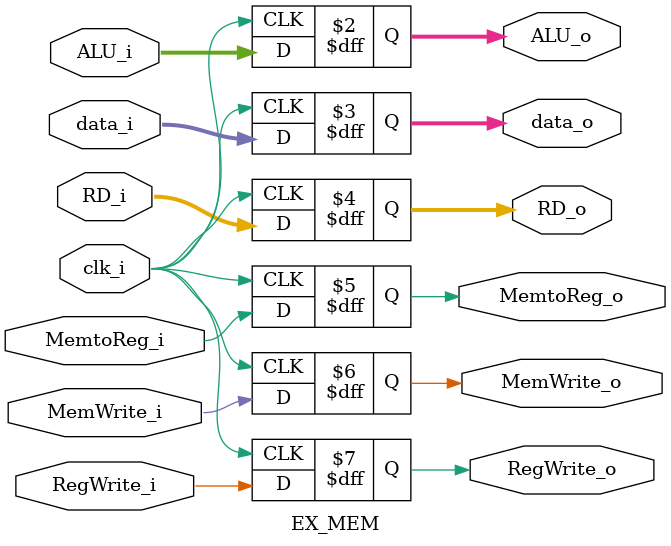
<source format=v>
module EX_MEM
(
    input            clk_i,
    input   [31:0]   ALU_i,
    input   [31:0]   data_i,
    input   [4:0]    RD_i,
    input            MemtoReg_i,
    input            MemWrite_i,
    input            RegWrite_i,
    output  [31:0]   ALU_o,
    output  [31:0]   data_o,
    output  [4:0]    RD_o,
    output           MemtoReg_o,
    output           MemWrite_o,
    output           RegWrite_o
);

reg     [31:0]     ALU_o, data_o;
reg     [4:0]      RD_o;
reg                MemtoReg_o, MemWrite_o, RegWrite_o;

always @ (posedge clk_i) begin
    ALU_o <= ALU_i;
    data_o <= data_i;
    RD_o <= RD_i;
    MemtoReg_o <= MemtoReg_i;
    MemWrite_o <= MemWrite_i;
    RegWrite_o <= RegWrite_i;
end

endmodule
</source>
